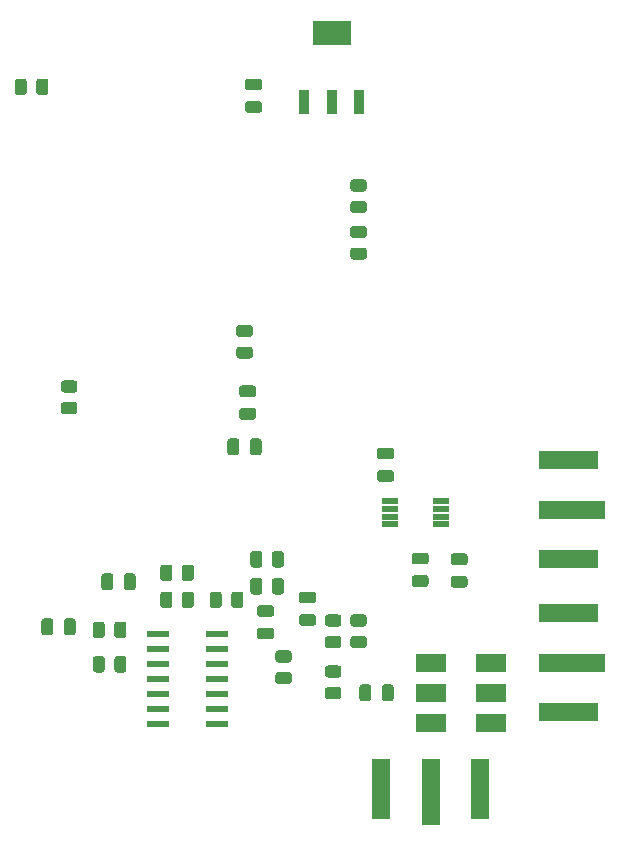
<source format=gbr>
%TF.GenerationSoftware,KiCad,Pcbnew,(5.1.8)-1*%
%TF.CreationDate,2021-04-12T08:25:30-07:00*%
%TF.ProjectId,coffee-spring21,636f6666-6565-42d7-9370-72696e673231,rev?*%
%TF.SameCoordinates,Original*%
%TF.FileFunction,Paste,Top*%
%TF.FilePolarity,Positive*%
%FSLAX46Y46*%
G04 Gerber Fmt 4.6, Leading zero omitted, Abs format (unit mm)*
G04 Created by KiCad (PCBNEW (5.1.8)-1) date 2021-04-12 08:25:30*
%MOMM*%
%LPD*%
G01*
G04 APERTURE LIST*
%ADD10R,3.250000X2.150000*%
%ADD11R,0.950000X2.150000*%
%ADD12R,1.420000X0.470000*%
%ADD13R,1.981200X0.533400*%
%ADD14R,2.500000X1.600000*%
%ADD15R,5.600000X1.500000*%
%ADD16R,1.600000X2.500000*%
%ADD17R,1.500000X5.600000*%
%ADD18R,2.540000X1.650000*%
G04 APERTURE END LIST*
%TO.C,C12*%
G36*
G01*
X165956000Y-102862000D02*
X165006000Y-102862000D01*
G75*
G02*
X164756000Y-102612000I0J250000D01*
G01*
X164756000Y-102112000D01*
G75*
G02*
X165006000Y-101862000I250000J0D01*
G01*
X165956000Y-101862000D01*
G75*
G02*
X166206000Y-102112000I0J-250000D01*
G01*
X166206000Y-102612000D01*
G75*
G02*
X165956000Y-102862000I-250000J0D01*
G01*
G37*
G36*
G01*
X165956000Y-100962000D02*
X165006000Y-100962000D01*
G75*
G02*
X164756000Y-100712000I0J250000D01*
G01*
X164756000Y-100212000D01*
G75*
G02*
X165006000Y-99962000I250000J0D01*
G01*
X165956000Y-99962000D01*
G75*
G02*
X166206000Y-100212000I0J-250000D01*
G01*
X166206000Y-100712000D01*
G75*
G02*
X165956000Y-100962000I-250000J0D01*
G01*
G37*
%TD*%
%TO.C,R1*%
G36*
G01*
X127861000Y-60902001D02*
X127861000Y-60001999D01*
G75*
G02*
X128110999Y-59752000I249999J0D01*
G01*
X128636001Y-59752000D01*
G75*
G02*
X128886000Y-60001999I0J-249999D01*
G01*
X128886000Y-60902001D01*
G75*
G02*
X128636001Y-61152000I-249999J0D01*
G01*
X128110999Y-61152000D01*
G75*
G02*
X127861000Y-60902001I0J249999D01*
G01*
G37*
G36*
G01*
X129686000Y-60902001D02*
X129686000Y-60001999D01*
G75*
G02*
X129935999Y-59752000I249999J0D01*
G01*
X130461001Y-59752000D01*
G75*
G02*
X130711000Y-60001999I0J-249999D01*
G01*
X130711000Y-60902001D01*
G75*
G02*
X130461001Y-61152000I-249999J0D01*
G01*
X129935999Y-61152000D01*
G75*
G02*
X129686000Y-60902001I0J249999D01*
G01*
G37*
%TD*%
%TO.C,C9*%
G36*
G01*
X147099000Y-87638000D02*
X148049000Y-87638000D01*
G75*
G02*
X148299000Y-87888000I0J-250000D01*
G01*
X148299000Y-88388000D01*
G75*
G02*
X148049000Y-88638000I-250000J0D01*
G01*
X147099000Y-88638000D01*
G75*
G02*
X146849000Y-88388000I0J250000D01*
G01*
X146849000Y-87888000D01*
G75*
G02*
X147099000Y-87638000I250000J0D01*
G01*
G37*
G36*
G01*
X147099000Y-85738000D02*
X148049000Y-85738000D01*
G75*
G02*
X148299000Y-85988000I0J-250000D01*
G01*
X148299000Y-86488000D01*
G75*
G02*
X148049000Y-86738000I-250000J0D01*
G01*
X147099000Y-86738000D01*
G75*
G02*
X146849000Y-86488000I0J250000D01*
G01*
X146849000Y-85988000D01*
G75*
G02*
X147099000Y-85738000I250000J0D01*
G01*
G37*
%TD*%
D10*
%TO.C,VR1*%
X154686000Y-55901000D03*
D11*
X156986000Y-61701000D03*
X154686000Y-61701000D03*
X152386000Y-61701000D03*
%TD*%
%TO.C,C11*%
G36*
G01*
X162654000Y-100896000D02*
X161704000Y-100896000D01*
G75*
G02*
X161454000Y-100646000I0J250000D01*
G01*
X161454000Y-100146000D01*
G75*
G02*
X161704000Y-99896000I250000J0D01*
G01*
X162654000Y-99896000D01*
G75*
G02*
X162904000Y-100146000I0J-250000D01*
G01*
X162904000Y-100646000D01*
G75*
G02*
X162654000Y-100896000I-250000J0D01*
G01*
G37*
G36*
G01*
X162654000Y-102796000D02*
X161704000Y-102796000D01*
G75*
G02*
X161454000Y-102546000I0J250000D01*
G01*
X161454000Y-102046000D01*
G75*
G02*
X161704000Y-101796000I250000J0D01*
G01*
X162654000Y-101796000D01*
G75*
G02*
X162904000Y-102046000I0J-250000D01*
G01*
X162904000Y-102546000D01*
G75*
G02*
X162654000Y-102796000I-250000J0D01*
G01*
G37*
%TD*%
D12*
%TO.C,U1*%
X159633000Y-95545000D03*
X159633000Y-96195000D03*
X159633000Y-96845000D03*
X159633000Y-97495000D03*
X163963000Y-97495000D03*
X163963000Y-96845000D03*
X163963000Y-96195000D03*
X163963000Y-95545000D03*
%TD*%
%TO.C,C2*%
G36*
G01*
X147607000Y-59764000D02*
X148557000Y-59764000D01*
G75*
G02*
X148807000Y-60014000I0J-250000D01*
G01*
X148807000Y-60514000D01*
G75*
G02*
X148557000Y-60764000I-250000J0D01*
G01*
X147607000Y-60764000D01*
G75*
G02*
X147357000Y-60514000I0J250000D01*
G01*
X147357000Y-60014000D01*
G75*
G02*
X147607000Y-59764000I250000J0D01*
G01*
G37*
G36*
G01*
X147607000Y-61664000D02*
X148557000Y-61664000D01*
G75*
G02*
X148807000Y-61914000I0J-250000D01*
G01*
X148807000Y-62414000D01*
G75*
G02*
X148557000Y-62664000I-250000J0D01*
G01*
X147607000Y-62664000D01*
G75*
G02*
X147357000Y-62414000I0J250000D01*
G01*
X147357000Y-61914000D01*
G75*
G02*
X147607000Y-61664000I250000J0D01*
G01*
G37*
%TD*%
%TO.C,C6*%
G36*
G01*
X159733000Y-93906000D02*
X158783000Y-93906000D01*
G75*
G02*
X158533000Y-93656000I0J250000D01*
G01*
X158533000Y-93156000D01*
G75*
G02*
X158783000Y-92906000I250000J0D01*
G01*
X159733000Y-92906000D01*
G75*
G02*
X159983000Y-93156000I0J-250000D01*
G01*
X159983000Y-93656000D01*
G75*
G02*
X159733000Y-93906000I-250000J0D01*
G01*
G37*
G36*
G01*
X159733000Y-92006000D02*
X158783000Y-92006000D01*
G75*
G02*
X158533000Y-91756000I0J250000D01*
G01*
X158533000Y-91256000D01*
G75*
G02*
X158783000Y-91006000I250000J0D01*
G01*
X159733000Y-91006000D01*
G75*
G02*
X159983000Y-91256000I0J-250000D01*
G01*
X159983000Y-91756000D01*
G75*
G02*
X159733000Y-92006000I-250000J0D01*
G01*
G37*
%TD*%
%TO.C,C10*%
G36*
G01*
X146870000Y-90457000D02*
X146870000Y-91407000D01*
G75*
G02*
X146620000Y-91657000I-250000J0D01*
G01*
X146120000Y-91657000D01*
G75*
G02*
X145870000Y-91407000I0J250000D01*
G01*
X145870000Y-90457000D01*
G75*
G02*
X146120000Y-90207000I250000J0D01*
G01*
X146620000Y-90207000D01*
G75*
G02*
X146870000Y-90457000I0J-250000D01*
G01*
G37*
G36*
G01*
X148770000Y-90457000D02*
X148770000Y-91407000D01*
G75*
G02*
X148520000Y-91657000I-250000J0D01*
G01*
X148020000Y-91657000D01*
G75*
G02*
X147770000Y-91407000I0J250000D01*
G01*
X147770000Y-90457000D01*
G75*
G02*
X148020000Y-90207000I250000J0D01*
G01*
X148520000Y-90207000D01*
G75*
G02*
X148770000Y-90457000I0J-250000D01*
G01*
G37*
%TD*%
%TO.C,R5*%
G36*
G01*
X157422001Y-69323000D02*
X156521999Y-69323000D01*
G75*
G02*
X156272000Y-69073001I0J249999D01*
G01*
X156272000Y-68547999D01*
G75*
G02*
X156521999Y-68298000I249999J0D01*
G01*
X157422001Y-68298000D01*
G75*
G02*
X157672000Y-68547999I0J-249999D01*
G01*
X157672000Y-69073001D01*
G75*
G02*
X157422001Y-69323000I-249999J0D01*
G01*
G37*
G36*
G01*
X157422001Y-71148000D02*
X156521999Y-71148000D01*
G75*
G02*
X156272000Y-70898001I0J249999D01*
G01*
X156272000Y-70372999D01*
G75*
G02*
X156521999Y-70123000I249999J0D01*
G01*
X157422001Y-70123000D01*
G75*
G02*
X157672000Y-70372999I0J-249999D01*
G01*
X157672000Y-70898001D01*
G75*
G02*
X157422001Y-71148000I-249999J0D01*
G01*
G37*
%TD*%
%TO.C,R6*%
G36*
G01*
X157422001Y-73260000D02*
X156521999Y-73260000D01*
G75*
G02*
X156272000Y-73010001I0J249999D01*
G01*
X156272000Y-72484999D01*
G75*
G02*
X156521999Y-72235000I249999J0D01*
G01*
X157422001Y-72235000D01*
G75*
G02*
X157672000Y-72484999I0J-249999D01*
G01*
X157672000Y-73010001D01*
G75*
G02*
X157422001Y-73260000I-249999J0D01*
G01*
G37*
G36*
G01*
X157422001Y-75085000D02*
X156521999Y-75085000D01*
G75*
G02*
X156272000Y-74835001I0J249999D01*
G01*
X156272000Y-74309999D01*
G75*
G02*
X156521999Y-74060000I249999J0D01*
G01*
X157422001Y-74060000D01*
G75*
G02*
X157672000Y-74309999I0J-249999D01*
G01*
X157672000Y-74835001D01*
G75*
G02*
X157422001Y-75085000I-249999J0D01*
G01*
G37*
%TD*%
%TO.C,R14*%
G36*
G01*
X147770001Y-83467000D02*
X146869999Y-83467000D01*
G75*
G02*
X146620000Y-83217001I0J249999D01*
G01*
X146620000Y-82691999D01*
G75*
G02*
X146869999Y-82442000I249999J0D01*
G01*
X147770001Y-82442000D01*
G75*
G02*
X148020000Y-82691999I0J-249999D01*
G01*
X148020000Y-83217001D01*
G75*
G02*
X147770001Y-83467000I-249999J0D01*
G01*
G37*
G36*
G01*
X147770001Y-81642000D02*
X146869999Y-81642000D01*
G75*
G02*
X146620000Y-81392001I0J249999D01*
G01*
X146620000Y-80866999D01*
G75*
G02*
X146869999Y-80617000I249999J0D01*
G01*
X147770001Y-80617000D01*
G75*
G02*
X148020000Y-80866999I0J-249999D01*
G01*
X148020000Y-81392001D01*
G75*
G02*
X147770001Y-81642000I-249999J0D01*
G01*
G37*
%TD*%
D13*
%TO.C,U2*%
X140030200Y-114427000D03*
X140030200Y-113157000D03*
X140030200Y-111887000D03*
X140030200Y-110617000D03*
X140030200Y-109347000D03*
X140030200Y-108077000D03*
X140030200Y-106807000D03*
X144957800Y-106807000D03*
X144957800Y-108077000D03*
X144957800Y-109347000D03*
X144957800Y-110617000D03*
X144957800Y-111887000D03*
X144957800Y-113157000D03*
X144957800Y-114427000D03*
%TD*%
D14*
%TO.C,U5*%
X173506000Y-92066000D03*
D15*
X175006000Y-96266000D03*
D14*
X176006000Y-92066000D03*
X173506000Y-100466000D03*
X176006000Y-100466000D03*
%TD*%
D16*
%TO.C,U6*%
X158868000Y-121142000D03*
X158868000Y-118642000D03*
X167268000Y-121142000D03*
D17*
X163068000Y-120142000D03*
D16*
X167268000Y-118642000D03*
%TD*%
D18*
%TO.C,U9*%
X163068000Y-109223000D03*
X163068000Y-111763000D03*
X163068000Y-114303000D03*
X168148000Y-109223000D03*
X168148000Y-111763000D03*
X168148000Y-114303000D03*
%TD*%
D14*
%TO.C,U11*%
X173506000Y-105020000D03*
D15*
X175006000Y-109220000D03*
D14*
X176006000Y-105020000D03*
X173506000Y-113420000D03*
X176006000Y-113420000D03*
%TD*%
%TO.C,C4*%
G36*
G01*
X158946000Y-112235000D02*
X158946000Y-111285000D01*
G75*
G02*
X159196000Y-111035000I250000J0D01*
G01*
X159696000Y-111035000D01*
G75*
G02*
X159946000Y-111285000I0J-250000D01*
G01*
X159946000Y-112235000D01*
G75*
G02*
X159696000Y-112485000I-250000J0D01*
G01*
X159196000Y-112485000D01*
G75*
G02*
X158946000Y-112235000I0J250000D01*
G01*
G37*
G36*
G01*
X157046000Y-112235000D02*
X157046000Y-111285000D01*
G75*
G02*
X157296000Y-111035000I250000J0D01*
G01*
X157796000Y-111035000D01*
G75*
G02*
X158046000Y-111285000I0J-250000D01*
G01*
X158046000Y-112235000D01*
G75*
G02*
X157796000Y-112485000I-250000J0D01*
G01*
X157296000Y-112485000D01*
G75*
G02*
X157046000Y-112235000I0J250000D01*
G01*
G37*
%TD*%
%TO.C,C14*%
G36*
G01*
X149573000Y-105341000D02*
X148623000Y-105341000D01*
G75*
G02*
X148373000Y-105091000I0J250000D01*
G01*
X148373000Y-104591000D01*
G75*
G02*
X148623000Y-104341000I250000J0D01*
G01*
X149573000Y-104341000D01*
G75*
G02*
X149823000Y-104591000I0J-250000D01*
G01*
X149823000Y-105091000D01*
G75*
G02*
X149573000Y-105341000I-250000J0D01*
G01*
G37*
G36*
G01*
X149573000Y-107241000D02*
X148623000Y-107241000D01*
G75*
G02*
X148373000Y-106991000I0J250000D01*
G01*
X148373000Y-106491000D01*
G75*
G02*
X148623000Y-106241000I250000J0D01*
G01*
X149573000Y-106241000D01*
G75*
G02*
X149823000Y-106491000I0J-250000D01*
G01*
X149823000Y-106991000D01*
G75*
G02*
X149573000Y-107241000I-250000J0D01*
G01*
G37*
%TD*%
%TO.C,C15*%
G36*
G01*
X152179000Y-103198000D02*
X153129000Y-103198000D01*
G75*
G02*
X153379000Y-103448000I0J-250000D01*
G01*
X153379000Y-103948000D01*
G75*
G02*
X153129000Y-104198000I-250000J0D01*
G01*
X152179000Y-104198000D01*
G75*
G02*
X151929000Y-103948000I0J250000D01*
G01*
X151929000Y-103448000D01*
G75*
G02*
X152179000Y-103198000I250000J0D01*
G01*
G37*
G36*
G01*
X152179000Y-105098000D02*
X153129000Y-105098000D01*
G75*
G02*
X153379000Y-105348000I0J-250000D01*
G01*
X153379000Y-105848000D01*
G75*
G02*
X153129000Y-106098000I-250000J0D01*
G01*
X152179000Y-106098000D01*
G75*
G02*
X151929000Y-105848000I0J250000D01*
G01*
X151929000Y-105348000D01*
G75*
G02*
X152179000Y-105098000I250000J0D01*
G01*
G37*
%TD*%
%TO.C,C16*%
G36*
G01*
X130122000Y-106647000D02*
X130122000Y-105697000D01*
G75*
G02*
X130372000Y-105447000I250000J0D01*
G01*
X130872000Y-105447000D01*
G75*
G02*
X131122000Y-105697000I0J-250000D01*
G01*
X131122000Y-106647000D01*
G75*
G02*
X130872000Y-106897000I-250000J0D01*
G01*
X130372000Y-106897000D01*
G75*
G02*
X130122000Y-106647000I0J250000D01*
G01*
G37*
G36*
G01*
X132022000Y-106647000D02*
X132022000Y-105697000D01*
G75*
G02*
X132272000Y-105447000I250000J0D01*
G01*
X132772000Y-105447000D01*
G75*
G02*
X133022000Y-105697000I0J-250000D01*
G01*
X133022000Y-106647000D01*
G75*
G02*
X132772000Y-106897000I-250000J0D01*
G01*
X132272000Y-106897000D01*
G75*
G02*
X132022000Y-106647000I0J250000D01*
G01*
G37*
%TD*%
%TO.C,C17*%
G36*
G01*
X135202000Y-102837000D02*
X135202000Y-101887000D01*
G75*
G02*
X135452000Y-101637000I250000J0D01*
G01*
X135952000Y-101637000D01*
G75*
G02*
X136202000Y-101887000I0J-250000D01*
G01*
X136202000Y-102837000D01*
G75*
G02*
X135952000Y-103087000I-250000J0D01*
G01*
X135452000Y-103087000D01*
G75*
G02*
X135202000Y-102837000I0J250000D01*
G01*
G37*
G36*
G01*
X137102000Y-102837000D02*
X137102000Y-101887000D01*
G75*
G02*
X137352000Y-101637000I250000J0D01*
G01*
X137852000Y-101637000D01*
G75*
G02*
X138102000Y-101887000I0J-250000D01*
G01*
X138102000Y-102837000D01*
G75*
G02*
X137852000Y-103087000I-250000J0D01*
G01*
X137352000Y-103087000D01*
G75*
G02*
X137102000Y-102837000I0J250000D01*
G01*
G37*
%TD*%
%TO.C,R16*%
G36*
G01*
X132911001Y-86341000D02*
X132010999Y-86341000D01*
G75*
G02*
X131761000Y-86091001I0J249999D01*
G01*
X131761000Y-85565999D01*
G75*
G02*
X132010999Y-85316000I249999J0D01*
G01*
X132911001Y-85316000D01*
G75*
G02*
X133161000Y-85565999I0J-249999D01*
G01*
X133161000Y-86091001D01*
G75*
G02*
X132911001Y-86341000I-249999J0D01*
G01*
G37*
G36*
G01*
X132911001Y-88166000D02*
X132010999Y-88166000D01*
G75*
G02*
X131761000Y-87916001I0J249999D01*
G01*
X131761000Y-87390999D01*
G75*
G02*
X132010999Y-87141000I249999J0D01*
G01*
X132911001Y-87141000D01*
G75*
G02*
X133161000Y-87390999I0J-249999D01*
G01*
X133161000Y-87916001D01*
G75*
G02*
X132911001Y-88166000I-249999J0D01*
G01*
G37*
%TD*%
%TO.C,R17*%
G36*
G01*
X154362999Y-111271000D02*
X155263001Y-111271000D01*
G75*
G02*
X155513000Y-111520999I0J-249999D01*
G01*
X155513000Y-112046001D01*
G75*
G02*
X155263001Y-112296000I-249999J0D01*
G01*
X154362999Y-112296000D01*
G75*
G02*
X154113000Y-112046001I0J249999D01*
G01*
X154113000Y-111520999D01*
G75*
G02*
X154362999Y-111271000I249999J0D01*
G01*
G37*
G36*
G01*
X154362999Y-109446000D02*
X155263001Y-109446000D01*
G75*
G02*
X155513000Y-109695999I0J-249999D01*
G01*
X155513000Y-110221001D01*
G75*
G02*
X155263001Y-110471000I-249999J0D01*
G01*
X154362999Y-110471000D01*
G75*
G02*
X154113000Y-110221001I0J249999D01*
G01*
X154113000Y-109695999D01*
G75*
G02*
X154362999Y-109446000I249999J0D01*
G01*
G37*
%TD*%
%TO.C,R19*%
G36*
G01*
X151072001Y-111026000D02*
X150171999Y-111026000D01*
G75*
G02*
X149922000Y-110776001I0J249999D01*
G01*
X149922000Y-110250999D01*
G75*
G02*
X150171999Y-110001000I249999J0D01*
G01*
X151072001Y-110001000D01*
G75*
G02*
X151322000Y-110250999I0J-249999D01*
G01*
X151322000Y-110776001D01*
G75*
G02*
X151072001Y-111026000I-249999J0D01*
G01*
G37*
G36*
G01*
X151072001Y-109201000D02*
X150171999Y-109201000D01*
G75*
G02*
X149922000Y-108951001I0J249999D01*
G01*
X149922000Y-108425999D01*
G75*
G02*
X150171999Y-108176000I249999J0D01*
G01*
X151072001Y-108176000D01*
G75*
G02*
X151322000Y-108425999I0J-249999D01*
G01*
X151322000Y-108951001D01*
G75*
G02*
X151072001Y-109201000I-249999J0D01*
G01*
G37*
%TD*%
%TO.C,R20*%
G36*
G01*
X157422001Y-106153000D02*
X156521999Y-106153000D01*
G75*
G02*
X156272000Y-105903001I0J249999D01*
G01*
X156272000Y-105377999D01*
G75*
G02*
X156521999Y-105128000I249999J0D01*
G01*
X157422001Y-105128000D01*
G75*
G02*
X157672000Y-105377999I0J-249999D01*
G01*
X157672000Y-105903001D01*
G75*
G02*
X157422001Y-106153000I-249999J0D01*
G01*
G37*
G36*
G01*
X157422001Y-107978000D02*
X156521999Y-107978000D01*
G75*
G02*
X156272000Y-107728001I0J249999D01*
G01*
X156272000Y-107202999D01*
G75*
G02*
X156521999Y-106953000I249999J0D01*
G01*
X157422001Y-106953000D01*
G75*
G02*
X157672000Y-107202999I0J-249999D01*
G01*
X157672000Y-107728001D01*
G75*
G02*
X157422001Y-107978000I-249999J0D01*
G01*
G37*
%TD*%
%TO.C,R21*%
G36*
G01*
X155263001Y-106153000D02*
X154362999Y-106153000D01*
G75*
G02*
X154113000Y-105903001I0J249999D01*
G01*
X154113000Y-105377999D01*
G75*
G02*
X154362999Y-105128000I249999J0D01*
G01*
X155263001Y-105128000D01*
G75*
G02*
X155513000Y-105377999I0J-249999D01*
G01*
X155513000Y-105903001D01*
G75*
G02*
X155263001Y-106153000I-249999J0D01*
G01*
G37*
G36*
G01*
X155263001Y-107978000D02*
X154362999Y-107978000D01*
G75*
G02*
X154113000Y-107728001I0J249999D01*
G01*
X154113000Y-107202999D01*
G75*
G02*
X154362999Y-106953000I249999J0D01*
G01*
X155263001Y-106953000D01*
G75*
G02*
X155513000Y-107202999I0J-249999D01*
G01*
X155513000Y-107728001D01*
G75*
G02*
X155263001Y-107978000I-249999J0D01*
G01*
G37*
%TD*%
%TO.C,R22*%
G36*
G01*
X144371000Y-104336001D02*
X144371000Y-103435999D01*
G75*
G02*
X144620999Y-103186000I249999J0D01*
G01*
X145146001Y-103186000D01*
G75*
G02*
X145396000Y-103435999I0J-249999D01*
G01*
X145396000Y-104336001D01*
G75*
G02*
X145146001Y-104586000I-249999J0D01*
G01*
X144620999Y-104586000D01*
G75*
G02*
X144371000Y-104336001I0J249999D01*
G01*
G37*
G36*
G01*
X146196000Y-104336001D02*
X146196000Y-103435999D01*
G75*
G02*
X146445999Y-103186000I249999J0D01*
G01*
X146971001Y-103186000D01*
G75*
G02*
X147221000Y-103435999I0J-249999D01*
G01*
X147221000Y-104336001D01*
G75*
G02*
X146971001Y-104586000I-249999J0D01*
G01*
X146445999Y-104586000D01*
G75*
G02*
X146196000Y-104336001I0J249999D01*
G01*
G37*
%TD*%
%TO.C,R23*%
G36*
G01*
X148825000Y-102292999D02*
X148825000Y-103193001D01*
G75*
G02*
X148575001Y-103443000I-249999J0D01*
G01*
X148049999Y-103443000D01*
G75*
G02*
X147800000Y-103193001I0J249999D01*
G01*
X147800000Y-102292999D01*
G75*
G02*
X148049999Y-102043000I249999J0D01*
G01*
X148575001Y-102043000D01*
G75*
G02*
X148825000Y-102292999I0J-249999D01*
G01*
G37*
G36*
G01*
X150650000Y-102292999D02*
X150650000Y-103193001D01*
G75*
G02*
X150400001Y-103443000I-249999J0D01*
G01*
X149874999Y-103443000D01*
G75*
G02*
X149625000Y-103193001I0J249999D01*
G01*
X149625000Y-102292999D01*
G75*
G02*
X149874999Y-102043000I249999J0D01*
G01*
X150400001Y-102043000D01*
G75*
G02*
X150650000Y-102292999I0J-249999D01*
G01*
G37*
%TD*%
%TO.C,R24*%
G36*
G01*
X147800000Y-100907001D02*
X147800000Y-100006999D01*
G75*
G02*
X148049999Y-99757000I249999J0D01*
G01*
X148575001Y-99757000D01*
G75*
G02*
X148825000Y-100006999I0J-249999D01*
G01*
X148825000Y-100907001D01*
G75*
G02*
X148575001Y-101157000I-249999J0D01*
G01*
X148049999Y-101157000D01*
G75*
G02*
X147800000Y-100907001I0J249999D01*
G01*
G37*
G36*
G01*
X149625000Y-100907001D02*
X149625000Y-100006999D01*
G75*
G02*
X149874999Y-99757000I249999J0D01*
G01*
X150400001Y-99757000D01*
G75*
G02*
X150650000Y-100006999I0J-249999D01*
G01*
X150650000Y-100907001D01*
G75*
G02*
X150400001Y-101157000I-249999J0D01*
G01*
X149874999Y-101157000D01*
G75*
G02*
X149625000Y-100907001I0J249999D01*
G01*
G37*
%TD*%
%TO.C,R25*%
G36*
G01*
X140180000Y-104336001D02*
X140180000Y-103435999D01*
G75*
G02*
X140429999Y-103186000I249999J0D01*
G01*
X140955001Y-103186000D01*
G75*
G02*
X141205000Y-103435999I0J-249999D01*
G01*
X141205000Y-104336001D01*
G75*
G02*
X140955001Y-104586000I-249999J0D01*
G01*
X140429999Y-104586000D01*
G75*
G02*
X140180000Y-104336001I0J249999D01*
G01*
G37*
G36*
G01*
X142005000Y-104336001D02*
X142005000Y-103435999D01*
G75*
G02*
X142254999Y-103186000I249999J0D01*
G01*
X142780001Y-103186000D01*
G75*
G02*
X143030000Y-103435999I0J-249999D01*
G01*
X143030000Y-104336001D01*
G75*
G02*
X142780001Y-104586000I-249999J0D01*
G01*
X142254999Y-104586000D01*
G75*
G02*
X142005000Y-104336001I0J249999D01*
G01*
G37*
%TD*%
%TO.C,R26*%
G36*
G01*
X142005000Y-102050001D02*
X142005000Y-101149999D01*
G75*
G02*
X142254999Y-100900000I249999J0D01*
G01*
X142780001Y-100900000D01*
G75*
G02*
X143030000Y-101149999I0J-249999D01*
G01*
X143030000Y-102050001D01*
G75*
G02*
X142780001Y-102300000I-249999J0D01*
G01*
X142254999Y-102300000D01*
G75*
G02*
X142005000Y-102050001I0J249999D01*
G01*
G37*
G36*
G01*
X140180000Y-102050001D02*
X140180000Y-101149999D01*
G75*
G02*
X140429999Y-100900000I249999J0D01*
G01*
X140955001Y-100900000D01*
G75*
G02*
X141205000Y-101149999I0J-249999D01*
G01*
X141205000Y-102050001D01*
G75*
G02*
X140955001Y-102300000I-249999J0D01*
G01*
X140429999Y-102300000D01*
G75*
G02*
X140180000Y-102050001I0J249999D01*
G01*
G37*
%TD*%
%TO.C,R27*%
G36*
G01*
X136290000Y-106876001D02*
X136290000Y-105975999D01*
G75*
G02*
X136539999Y-105726000I249999J0D01*
G01*
X137065001Y-105726000D01*
G75*
G02*
X137315000Y-105975999I0J-249999D01*
G01*
X137315000Y-106876001D01*
G75*
G02*
X137065001Y-107126000I-249999J0D01*
G01*
X136539999Y-107126000D01*
G75*
G02*
X136290000Y-106876001I0J249999D01*
G01*
G37*
G36*
G01*
X134465000Y-106876001D02*
X134465000Y-105975999D01*
G75*
G02*
X134714999Y-105726000I249999J0D01*
G01*
X135240001Y-105726000D01*
G75*
G02*
X135490000Y-105975999I0J-249999D01*
G01*
X135490000Y-106876001D01*
G75*
G02*
X135240001Y-107126000I-249999J0D01*
G01*
X134714999Y-107126000D01*
G75*
G02*
X134465000Y-106876001I0J249999D01*
G01*
G37*
%TD*%
%TO.C,R28*%
G36*
G01*
X134465000Y-109797001D02*
X134465000Y-108896999D01*
G75*
G02*
X134714999Y-108647000I249999J0D01*
G01*
X135240001Y-108647000D01*
G75*
G02*
X135490000Y-108896999I0J-249999D01*
G01*
X135490000Y-109797001D01*
G75*
G02*
X135240001Y-110047000I-249999J0D01*
G01*
X134714999Y-110047000D01*
G75*
G02*
X134465000Y-109797001I0J249999D01*
G01*
G37*
G36*
G01*
X136290000Y-109797001D02*
X136290000Y-108896999D01*
G75*
G02*
X136539999Y-108647000I249999J0D01*
G01*
X137065001Y-108647000D01*
G75*
G02*
X137315000Y-108896999I0J-249999D01*
G01*
X137315000Y-109797001D01*
G75*
G02*
X137065001Y-110047000I-249999J0D01*
G01*
X136539999Y-110047000D01*
G75*
G02*
X136290000Y-109797001I0J249999D01*
G01*
G37*
%TD*%
M02*

</source>
